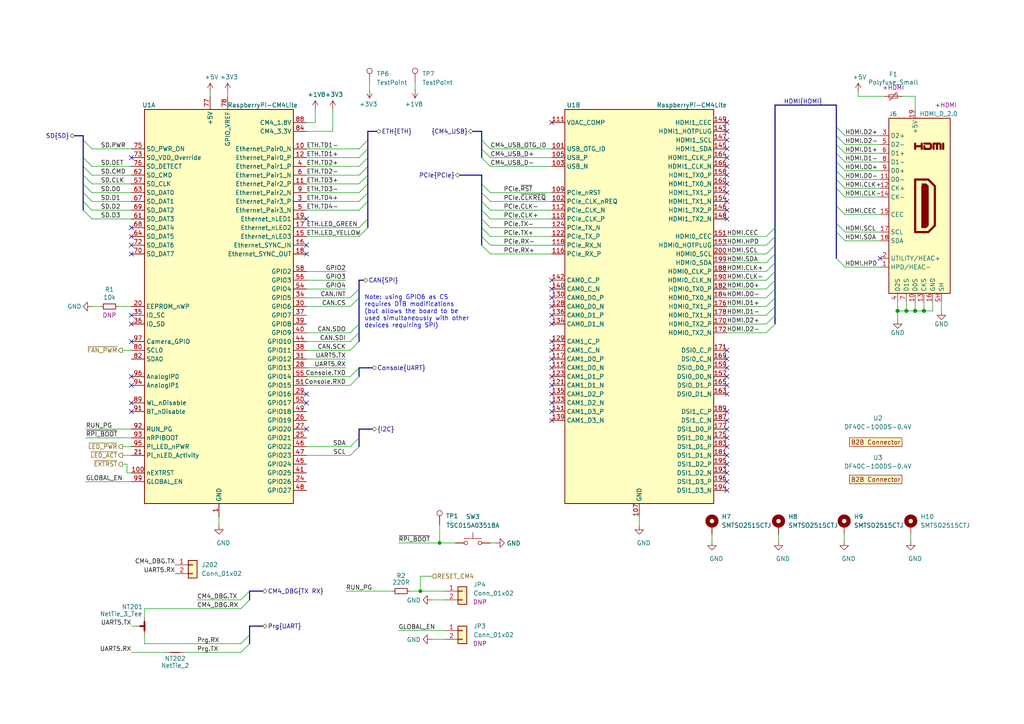
<source format=kicad_sch>
(kicad_sch (version 20231120) (generator "eeschema") (generator_version "8.0")
  (paper "A4")
  (title_block (title "Compute Module 4") (date "2022-11-06") (rev "1.3b") (company "Nabu Casa") (comment 1 "www.nabucasa.com") (comment 2 "Yellow"))
  (bus_alias "HDMI" (members "D0+" "D0-" "D1+" "D1-" "D2+" "D2-" "CLK+" "CLK-" "CEC" "HPD" "SDA" "SCL"))
  (bus_alias "PCIe" (members "~{RST}" "~{CLKREQ}" "CLK+" "CLK-" "TX+" "TX-" "RX+" "RX-"))
  (bus_alias "SD" (members "D[0..3]" "CMD" "CLK" "PWR" "DET"))
  (bus_alias "UART" (members "TXD" "RXD" "CTS" "RTS"))
  (junction (at 121.92 171.45) (diameter 0.9144))
  (junction (at 127.508 157.48) (diameter 0.9144))
  (junction (at 267.97 90.17) (diameter 1.016))
  (junction (at 260.35 90.17) (diameter 1.016))
  (junction (at 265.43 90.17) (diameter 1.016))
  (junction (at 262.89 90.17) (diameter 1.016))
  (no_connect (at 255.27 74.93))
  (no_connect (at 210.82 43.18))
  (no_connect (at 38.1 68.58))
  (no_connect (at 38.1 71.12))
  (no_connect (at 160.02 83.82))
  (no_connect (at 160.02 81.28))
  (no_connect (at 38.1 45.72))
  (no_connect (at 38.1 111.76))
  (no_connect (at 160.02 116.84))
  (no_connect (at 160.02 114.3))
  (no_connect (at 160.02 88.9))
  (no_connect (at 88.9 124.46))
  (no_connect (at 160.02 121.92))
  (no_connect (at 210.82 114.3))
  (no_connect (at 210.82 38.1))
  (no_connect (at 160.02 91.44))
  (no_connect (at 210.82 60.96))
  (no_connect (at 210.82 109.22))
  (no_connect (at 160.02 104.14))
  (no_connect (at 210.82 45.72))
  (no_connect (at 88.9 71.12))
  (no_connect (at 210.82 40.64))
  (no_connect (at 210.82 35.56))
  (no_connect (at 210.82 137.16))
  (no_connect (at 38.1 119.38))
  (no_connect (at 210.82 127))
  (no_connect (at 210.82 134.62))
  (no_connect (at 210.82 139.7))
  (no_connect (at 210.82 129.54))
  (no_connect (at 210.82 50.8))
  (no_connect (at 160.02 119.38))
  (no_connect (at 38.1 109.22))
  (no_connect (at 160.02 99.06))
  (no_connect (at 38.1 93.98))
  (no_connect (at 210.82 63.5))
  (no_connect (at 160.02 86.36))
  (no_connect (at 210.82 132.08))
  (no_connect (at 210.82 58.42))
  (no_connect (at 160.02 101.6))
  (no_connect (at 210.82 101.6))
  (no_connect (at 210.82 119.38))
  (no_connect (at 210.82 121.92))
  (no_connect (at 210.82 55.88))
  (no_connect (at 88.9 63.5))
  (no_connect (at 88.9 73.66))
  (no_connect (at 38.1 73.66))
  (no_connect (at 160.02 106.68))
  (no_connect (at 38.1 116.84))
  (no_connect (at 210.82 104.14))
  (no_connect (at 210.82 111.76))
  (no_connect (at 210.82 53.34))
  (no_connect (at 160.02 35.56))
  (no_connect (at 210.82 48.26))
  (no_connect (at 38.1 91.44))
  (no_connect (at 210.82 124.46))
  (no_connect (at 160.02 111.76))
  (no_connect (at 38.1 66.04))
  (no_connect (at 160.02 93.98))
  (no_connect (at 210.82 106.68))
  (no_connect (at 88.9 114.3))
  (no_connect (at 88.9 116.84))
  (no_connect (at 38.1 99.06))
  (no_connect (at 160.02 109.22))
  (no_connect (at 210.82 142.24))
  (bus_entry (at 224.79 71.12) (size -2.54 2.54) (stroke (width 0.1524)))
  (bus_entry (at 104.14 129.54) (size -2.54 2.54) (stroke (width 0.1524)))
  (bus_entry (at 242.57 74.93) (size 2.54 2.54) (stroke (width 0.1524)))
  (bus_entry (at 104.14 50.8) (size 2.54 -2.54) (stroke (width 0.1524)))
  (bus_entry (at 224.79 78.74) (size -2.54 2.54) (stroke (width 0.1524)))
  (bus_entry (at 139.7 53.34) (size 2.54 2.54) (stroke (width 0.1524)))
  (bus_entry (at 24.13 53.34) (size 2.54 2.54) (stroke (width 0.1524)))
  (bus_entry (at 72.39 173.99) (size -2.54 2.54) (stroke (width 0.1524)))
  (bus_entry (at 139.7 71.12) (size 2.54 2.54) (stroke (width 0.1524)))
  (bus_entry (at 242.57 46.99) (size 2.54 2.54) (stroke (width 0.1524)))
  (bus_entry (at 104.14 53.34) (size 2.54 -2.54) (stroke (width 0.1524)))
  (bus_entry (at 242.57 59.69) (size 2.54 2.54) (stroke (width 0.1524)))
  (bus_entry (at 72.39 184.15) (size -2.54 2.54) (stroke (width 0.1524)))
  (bus_entry (at 104.14 86.36) (size -2.54 2.54))
  (bus_entry (at 24.13 58.42) (size 2.54 2.54) (stroke (width 0.1524)))
  (bus_entry (at 242.57 36.83) (size 2.54 2.54) (stroke (width 0.1524)))
  (bus_entry (at 104.14 96.52) (size -2.54 2.54))
  (bus_entry (at 242.57 52.07) (size 2.54 2.54) (stroke (width 0.1524)))
  (bus_entry (at 242.57 54.61) (size 2.54 2.54) (stroke (width 0.1524)))
  (bus_entry (at 139.7 68.58) (size 2.54 2.54) (stroke (width 0.1524)))
  (bus_entry (at 104.14 83.82) (size -2.54 2.54))
  (bus_entry (at 224.79 66.04) (size -2.54 2.54) (stroke (width 0.1524)))
  (bus_entry (at 242.57 41.91) (size 2.54 2.54) (stroke (width 0.1524)))
  (bus_entry (at 224.79 91.44) (size -2.54 2.54) (stroke (width 0.1524)))
  (bus_entry (at 24.13 50.8) (size 2.54 2.54) (stroke (width 0.1524)))
  (bus_entry (at 104.14 68.58) (size 2.54 -2.54) (stroke (width 0.1524)))
  (bus_entry (at 104.14 66.04) (size 2.54 -2.54) (stroke (width 0.1524)))
  (bus_entry (at 139.7 63.5) (size 2.54 2.54) (stroke (width 0.1524)))
  (bus_entry (at 104.14 48.26) (size 2.54 -2.54) (stroke (width 0.1524)))
  (bus_entry (at 104.14 60.96) (size 2.54 -2.54) (stroke (width 0.1524)))
  (bus_entry (at 224.79 93.98) (size -2.54 2.54) (stroke (width 0.1524)))
  (bus_entry (at 139.7 43.18) (size 2.54 2.54) (stroke (width 0.1524)))
  (bus_entry (at 242.57 67.31) (size 2.54 2.54) (stroke (width 0.1524)))
  (bus_entry (at 104.14 99.06) (size -2.54 2.54))
  (bus_entry (at 104.14 93.98) (size -2.54 2.54))
  (bus_entry (at 104.14 127) (size -2.54 2.54) (stroke (width 0.1524)))
  (bus_entry (at 72.39 171.45) (size -2.54 2.54) (stroke (width 0.1524)))
  (bus_entry (at 104.14 106.68) (size -2.54 2.54))
  (bus_entry (at 139.7 55.88) (size 2.54 2.54) (stroke (width 0.1524)))
  (bus_entry (at 104.14 58.42) (size 2.54 -2.54) (stroke (width 0.1524)))
  (bus_entry (at 139.7 40.64) (size 2.54 2.54) (stroke (width 0.1524)))
  (bus_entry (at 104.14 43.18) (size 2.54 -2.54) (stroke (width 0.1524)))
  (bus_entry (at 24.13 60.96) (size 2.54 2.54) (stroke (width 0.1524)))
  (bus_entry (at 139.7 66.04) (size 2.54 2.54) (stroke (width 0.1524)))
  (bus_entry (at 24.13 48.26) (size 2.54 2.54) (stroke (width 0.1524)))
  (bus_entry (at 224.79 86.36) (size -2.54 2.54) (stroke (width 0.1524)))
  (bus_entry (at 242.57 49.53) (size 2.54 2.54) (stroke (width 0.1524)))
  (bus_entry (at 24.13 40.64) (size 2.54 2.54) (stroke (width 0.1524)))
  (bus_entry (at 139.7 58.42) (size 2.54 2.54) (stroke (width 0.1524)))
  (bus_entry (at 104.14 45.72) (size 2.54 -2.54) (stroke (width 0.1524)))
  (bus_entry (at 242.57 44.45) (size 2.54 2.54) (stroke (width 0.1524)))
  (bus_entry (at 242.57 64.77) (size 2.54 2.54) (stroke (width 0.1524)))
  (bus_entry (at 104.14 109.22) (size -2.54 2.54))
  (bus_entry (at 224.79 83.82) (size -2.54 2.54) (stroke (width 0.1524)))
  (bus_entry (at 72.39 186.69) (size -2.54 2.54) (stroke (width 0.1524)))
  (bus_entry (at 242.57 39.37) (size 2.54 2.54) (stroke (width 0.1524)))
  (bus_entry (at 104.14 55.88) (size 2.54 -2.54) (stroke (width 0.1524)))
  (bus_entry (at 139.7 60.96) (size 2.54 2.54) (stroke (width 0.1524)))
  (bus_entry (at 24.13 55.88) (size 2.54 2.54) (stroke (width 0.1524)))
  (bus_entry (at 139.7 45.72) (size 2.54 2.54) (stroke (width 0.1524)))
  (bus_entry (at 224.79 73.66) (size -2.54 2.54) (stroke (width 0.1524)))
  (bus_entry (at 24.13 45.72) (size 2.54 2.54) (stroke (width 0.1524)))
  (bus_entry (at 224.79 68.58) (size -2.54 2.54) (stroke (width 0.1524)))
  (bus_entry (at 224.79 88.9) (size -2.54 2.54) (stroke (width 0.1524)))
  (bus_entry (at 224.79 81.28) (size -2.54 2.54) (stroke (width 0.1524)))
  (bus_entry (at 224.79 76.2) (size -2.54 2.54) (stroke (width 0.1524)))
  (wire (pts (xy 96.52 38.1) (xy 96.52 31.75)))
  (wire (pts (xy 245.11 77.47) (xy 255.27 77.47)))
  (wire (pts (xy 210.82 83.82) (xy 222.25 83.82)))
  (wire (pts (xy 256.54 27.94) (xy 248.92 27.94)))
  (wire (pts (xy 210.82 78.74) (xy 222.25 78.74)))
  (wire (pts (xy 38.1 189.23) (xy 48.26 189.23)))
  (wire (pts (xy 39.37 181.61) (xy 38.1 181.61)))
  (wire (pts (xy 26.67 55.88) (xy 38.1 55.88)))
  (bus (pts (xy 21.59 39.37) (xy 24.13 39.37)))
  (wire (pts (xy 142.24 48.26) (xy 160.02 48.26)))
  (wire (pts (xy 26.67 50.8) (xy 38.1 50.8)))
  (wire (pts (xy 101.6 111.76) (xy 88.9 111.76)))
  (wire (pts (xy 88.9 53.34) (xy 104.14 53.34)))
  (wire (pts (xy 63.5 149.86) (xy 63.5 152.4)))
  (wire (pts (xy 142.24 60.96) (xy 160.02 60.96)))
  (wire (pts (xy 245.11 52.07) (xy 255.27 52.07)))
  (wire (pts (xy 265.43 27.94) (xy 261.62 27.94)))
  (wire (pts (xy 107.188 23.876) (xy 107.188 25.908)))
  (wire (pts (xy 245.11 62.23) (xy 255.27 62.23)))
  (wire (pts (xy 60.96 26.67) (xy 60.96 27.94)))
  (wire (pts (xy 88.9 81.28) (xy 100.33 81.28)))
  (wire (pts (xy 88.9 35.56) (xy 91.44 35.56)))
  (wire (pts (xy 210.82 73.66) (xy 222.25 73.66)))
  (wire (pts (xy 142.24 45.72) (xy 160.02 45.72)))
  (wire (pts (xy 26.67 43.18) (xy 38.1 43.18)))
  (wire (pts (xy 35.56 129.54) (xy 38.1 129.54)))
  (wire (pts (xy 26.67 60.96) (xy 38.1 60.96)))
  (wire (pts (xy 41.91 176.53) (xy 69.85 176.53)))
  (wire (pts (xy 248.92 27.94) (xy 248.92 26.67)))
  (wire (pts (xy 88.9 55.88) (xy 104.14 55.88)))
  (bus (pts (xy 104.14 86.36) (xy 104.14 93.98)))
  (wire (pts (xy 245.11 49.53) (xy 255.27 49.53)))
  (bus (pts (xy 104.14 93.98) (xy 104.14 96.52)))
  (wire (pts (xy 121.92 167.132) (xy 121.92 171.45)))
  (wire (pts (xy 125.222 167.132) (xy 121.92 167.132)))
  (bus (pts (xy 72.39 171.45) (xy 76.2 171.45)))
  (wire (pts (xy 245.11 69.85) (xy 255.27 69.85)))
  (bus (pts (xy 104.14 96.52) (xy 104.14 99.06)))
  (wire (pts (xy 210.82 68.58) (xy 222.25 68.58)))
  (bus (pts (xy 242.57 30.48) (xy 224.79 30.48)))
  (wire (pts (xy 210.82 86.36) (xy 222.25 86.36)))
  (wire (pts (xy 100.33 83.82) (xy 88.9 83.82)))
  (wire (pts (xy 88.9 45.72) (xy 104.14 45.72)))
  (wire (pts (xy 245.11 57.15) (xy 255.27 57.15)))
  (wire (pts (xy 210.82 81.28) (xy 222.25 81.28)))
  (wire (pts (xy 260.35 90.17) (xy 260.35 92.71)))
  (wire (pts (xy 88.9 48.26) (xy 104.14 48.26)))
  (wire (pts (xy 265.43 90.17) (xy 265.43 87.63)))
  (wire (pts (xy 24.892 124.46) (xy 38.1 124.46)))
  (wire (pts (xy 118.872 171.45) (xy 121.92 171.45)))
  (wire (pts (xy 121.92 171.45) (xy 129.032 171.45)))
  (bus (pts (xy 72.39 184.15) (xy 72.39 186.69)))
  (bus (pts (xy 137.16 38.1) (xy 139.7 38.1)))
  (wire (pts (xy 88.9 78.74) (xy 100.33 78.74)))
  (wire (pts (xy 273.05 90.17) (xy 273.05 87.63)))
  (wire (pts (xy 88.9 132.08) (xy 101.6 132.08)))
  (wire (pts (xy 26.67 63.5) (xy 38.1 63.5)))
  (bus (pts (xy 107.95 124.46) (xy 104.14 124.46)))
  (wire (pts (xy 127.508 157.48) (xy 132.08 157.48)))
  (wire (pts (xy 115.57 157.48) (xy 127.508 157.48)))
  (wire (pts (xy 26.67 88.9) (xy 29.21 88.9)))
  (bus (pts (xy 104.14 81.28) (xy 104.14 83.82)))
  (wire (pts (xy 88.9 50.8) (xy 104.14 50.8)))
  (bus (pts (xy 105.41 81.28) (xy 104.14 81.28)))
  (wire (pts (xy 267.97 90.17) (xy 270.51 90.17)))
  (bus (pts (xy 104.14 106.68) (xy 104.14 109.22)))
  (wire (pts (xy 264.16 154.94) (xy 264.16 156.972)))
  (wire (pts (xy 142.24 63.5) (xy 160.02 63.5)))
  (wire (pts (xy 142.24 66.04) (xy 160.02 66.04)))
  (wire (pts (xy 41.91 184.15) (xy 41.91 186.69)))
  (wire (pts (xy 120.396 23.876) (xy 120.396 25.908)))
  (wire (pts (xy 34.29 88.9) (xy 38.1 88.9)))
  (wire (pts (xy 88.9 43.18) (xy 104.14 43.18)))
  (wire (pts (xy 24.892 127) (xy 38.1 127)))
  (wire (pts (xy 245.11 67.31) (xy 255.27 67.31)))
  (bus (pts (xy 72.39 181.61) (xy 76.2 181.61)))
  (bus (pts (xy 139.7 38.1) (xy 139.7 40.64)))
  (bus (pts (xy 139.7 40.64) (xy 139.7 43.18)))
  (bus (pts (xy 139.7 43.18) (xy 139.7 45.72)))
  (wire (pts (xy 245.11 54.61) (xy 255.27 54.61)))
  (bus (pts (xy 106.68 45.72) (xy 106.68 48.26)))
  (bus (pts (xy 106.68 48.26) (xy 106.68 50.8)))
  (bus (pts (xy 106.68 50.8) (xy 106.68 53.34)))
  (bus (pts (xy 106.68 58.42) (xy 106.68 63.5)))
  (bus (pts (xy 106.68 63.5) (xy 106.68 66.04)))
  (bus (pts (xy 106.68 53.34) (xy 106.68 55.88)))
  (bus (pts (xy 106.68 55.88) (xy 106.68 58.42)))
  (bus (pts (xy 106.68 38.1) (xy 106.68 40.64)))
  (bus (pts (xy 106.68 40.64) (xy 106.68 43.18)))
  (bus (pts (xy 106.68 43.18) (xy 106.68 45.72)))
  (wire (pts (xy 260.35 90.17) (xy 262.89 90.17)))
  (wire (pts (xy 267.97 90.17) (xy 267.97 87.63)))
  (wire (pts (xy 142.24 71.12) (xy 160.02 71.12)))
  (wire (pts (xy 88.9 96.52) (xy 101.6 96.52)))
  (wire (pts (xy 57.15 173.99) (xy 69.85 173.99)))
  (wire (pts (xy 35.56 132.08) (xy 38.1 132.08)))
  (wire (pts (xy 142.24 43.18) (xy 160.02 43.18)))
  (wire (pts (xy 100.33 104.14) (xy 88.9 104.14)))
  (wire (pts (xy 88.9 86.36) (xy 101.6 86.36)))
  (wire (pts (xy 265.43 31.75) (xy 265.43 27.94)))
  (wire (pts (xy 88.9 38.1) (xy 96.52 38.1)))
  (wire (pts (xy 210.82 91.44) (xy 222.25 91.44)))
  (bus (pts (xy 72.39 173.99) (xy 72.39 171.45)))
  (wire (pts (xy 115.57 182.88) (xy 129.032 182.88)))
  (wire (pts (xy 210.82 96.52) (xy 222.25 96.52)))
  (wire (pts (xy 88.9 129.54) (xy 101.6 129.54)))
  (wire (pts (xy 53.34 189.23) (xy 69.85 189.23)))
  (wire (pts (xy 41.91 186.69) (xy 69.85 186.69)))
  (wire (pts (xy 127.508 152.146) (xy 127.508 157.48)))
  (wire (pts (xy 210.82 76.2) (xy 222.25 76.2)))
  (wire (pts (xy 88.9 60.96) (xy 104.14 60.96)))
  (bus (pts (xy 106.68 38.1) (xy 109.22 38.1)))
  (wire (pts (xy 26.67 58.42) (xy 38.1 58.42)))
  (wire (pts (xy 88.9 101.6) (xy 101.6 101.6)))
  (wire (pts (xy 142.24 58.42) (xy 160.02 58.42)))
  (wire (pts (xy 88.9 66.04) (xy 104.14 66.04)))
  (wire (pts (xy 206.502 154.94) (xy 206.502 156.972)))
  (bus (pts (xy 24.13 53.34) (xy 24.13 55.88)))
  (bus (pts (xy 24.13 55.88) (xy 24.13 58.42)))
  (bus (pts (xy 24.13 58.42) (xy 24.13 60.96)))
  (bus (pts (xy 24.13 48.26) (xy 24.13 50.8)))
  (bus (pts (xy 24.13 50.8) (xy 24.13 53.34)))
  (bus (pts (xy 24.13 39.37) (xy 24.13 40.64)))
  (bus (pts (xy 24.13 40.64) (xy 24.13 45.72)))
  (bus (pts (xy 24.13 45.72) (xy 24.13 48.26)))
  (bus (pts (xy 224.79 86.36) (xy 224.79 88.9)))
  (bus (pts (xy 224.79 88.9) (xy 224.79 91.44)))
  (bus (pts (xy 224.79 91.44) (xy 224.79 93.98)))
  (bus (pts (xy 224.79 30.48) (xy 224.79 66.04)))
  (bus (pts (xy 224.79 68.58) (xy 224.79 71.12)))
  (bus (pts (xy 224.79 71.12) (xy 224.79 73.66)))
  (bus (pts (xy 224.79 73.66) (xy 224.79 76.2)))
  (bus (pts (xy 224.79 76.2) (xy 224.79 78.74)))
  (bus (pts (xy 224.79 83.82) (xy 224.79 86.36)))
  (bus (pts (xy 224.79 78.74) (xy 224.79 81.28)))
  (bus (pts (xy 224.79 81.28) (xy 224.79 83.82)))
  (bus (pts (xy 224.79 66.04) (xy 224.79 68.58)))
  (wire (pts (xy 142.24 73.66) (xy 160.02 73.66)))
  (wire (pts (xy 26.67 53.34) (xy 38.1 53.34)))
  (bus (pts (xy 139.7 60.96) (xy 139.7 63.5)))
  (bus (pts (xy 139.7 63.5) (xy 139.7 66.04)))
  (bus (pts (xy 139.7 58.42) (xy 139.7 60.96)))
  (bus (pts (xy 139.7 68.58) (xy 139.7 71.12)))
  (bus (pts (xy 139.7 66.04) (xy 139.7 68.58)))
  (bus (pts (xy 139.7 50.8) (xy 139.7 53.34)))
  (bus (pts (xy 139.7 53.34) (xy 139.7 55.88)))
  (bus (pts (xy 139.7 55.88) (xy 139.7 58.42)))
  (wire (pts (xy 245.11 44.45) (xy 255.27 44.45)))
  (wire (pts (xy 143.764 157.48) (xy 142.24 157.48)))
  (wire (pts (xy 100.33 171.45) (xy 113.792 171.45)))
  (wire (pts (xy 41.91 179.07) (xy 41.91 176.53)))
  (wire (pts (xy 24.892 139.7) (xy 38.1 139.7)))
  (wire (pts (xy 210.82 88.9) (xy 222.25 88.9)))
  (wire (pts (xy 245.11 41.91) (xy 255.27 41.91)))
  (bus (pts (xy 133.35 50.8) (xy 139.7 50.8)))
  (wire (pts (xy 66.04 26.67) (xy 66.04 27.94)))
  (wire (pts (xy 91.44 35.56) (xy 91.44 31.75)))
  (wire (pts (xy 35.56 101.6) (xy 38.1 101.6)))
  (wire (pts (xy 185.42 149.86) (xy 185.42 152.4)))
  (bus (pts (xy 107.95 106.68) (xy 104.14 106.68)))
  (wire (pts (xy 125.222 185.42) (xy 129.032 185.42)))
  (bus (pts (xy 104.14 83.82) (xy 104.14 86.36)))
  (wire (pts (xy 262.89 90.17) (xy 265.43 90.17)))
  (wire (pts (xy 88.9 58.42) (xy 104.14 58.42)))
  (wire (pts (xy 270.51 90.17) (xy 270.51 87.63)))
  (wire (pts (xy 88.9 68.58) (xy 104.14 68.58)))
  (wire (pts (xy 142.24 55.88) (xy 160.02 55.88)))
  (wire (pts (xy 101.6 109.22) (xy 88.9 109.22)))
  (wire (pts (xy 88.9 106.68) (xy 100.33 106.68)))
  (wire (pts (xy 225.806 154.94) (xy 225.806 156.972)))
  (wire (pts (xy 26.67 48.26) (xy 38.1 48.26)))
  (bus (pts (xy 72.39 181.61) (xy 72.39 184.15)))
  (wire (pts (xy 245.11 39.37) (xy 255.27 39.37)))
  (wire (pts (xy 142.24 68.58) (xy 160.02 68.58)))
  (bus (pts (xy 242.57 49.53) (xy 242.57 52.07)))
  (bus (pts (xy 242.57 52.07) (xy 242.57 54.61)))
  (bus (pts (xy 242.57 54.61) (xy 242.57 59.69)))
  (bus (pts (xy 242.57 59.69) (xy 242.57 64.77)))
  (bus (pts (xy 242.57 64.77) (xy 242.57 67.31)))
  (bus (pts (xy 242.57 67.31) (xy 242.57 74.93)))
  (bus (pts (xy 242.57 44.45) (xy 242.57 46.99)))
  (bus (pts (xy 242.57 46.99) (xy 242.57 49.53)))
  (bus (pts (xy 242.57 41.91) (xy 242.57 44.45)))
  (bus (pts (xy 242.57 30.48) (xy 242.57 36.83)))
  (bus (pts (xy 242.57 36.83) (xy 242.57 39.37)))
  (bus (pts (xy 242.57 39.37) (xy 242.57 41.91)))
  (wire (pts (xy 260.35 87.63) (xy 260.35 90.17)))
  (wire (pts (xy 36.83 134.62) (xy 35.56 134.62)))
  (wire (pts (xy 36.83 137.16) (xy 36.83 134.62)))
  (wire (pts (xy 38.1 137.16) (xy 36.83 137.16)))
  (wire (pts (xy 244.856 154.94) (xy 244.856 156.972)))
  (wire (pts (xy 125.222 173.99) (xy 129.032 173.99)))
  (wire (pts (xy 210.82 71.12) (xy 222.25 71.12)))
  (wire (pts (xy 88.9 99.06) (xy 101.6 99.06)))
  (wire (pts (xy 101.6 88.9) (xy 88.9 88.9)))
  (wire (pts (xy 210.82 93.98) (xy 222.25 93.98)))
  (wire (pts (xy 265.43 90.17) (xy 267.97 90.17)))
  (wire (pts (xy 245.11 46.99) (xy 255.27 46.99)))
  (bus (pts (xy 104.14 124.46) (xy 104.14 127)))
  (bus (pts (xy 104.14 127) (xy 104.14 129.54)))
  (wire (pts (xy 262.89 90.17) (xy 262.89 87.63)))
  (text "Note: using GPIO6 as CS\nrequires DTB modifications\n(but allows the board to be \nused simultaneously with other\ndevices requiring SPI)" (at 105.664 95.25 0) (effects (font (size 1.27 1.27)) (justify left bottom)))
  (label "HDMI.D1-" (at 245.11 46.99 0))
  (label "GLOBAL_EN" (at 115.57 182.88 0))
  (label "ETH.TD3-" (at 88.9 55.88 0))
  (label "HDMI.SDA" (at 210.82 76.2 0))
  (label "SD.D1" (at 29.21 58.42 0))
  (label "CM4_DBG.RX" (at 57.15 176.53 0))
  (label "UART5.RX" (at 100.33 106.68 180))
  (label "CAN.SDO" (at 100.33 96.52 180))
  (label "SD.DET" (at 29.21 48.26 0))
  (label "RUN_PG" (at 24.892 124.46 0))
  (label "HDMI.CLK+" (at 245.11 54.61 0))
  (label "ETH.TD4+" (at 88.9 58.42 0))
  (label "HDMI.HPD" (at 245.11 77.47 0))
  (label "~{RPI_BOOT}" (at 24.892 127 0))
  (label "ETH.TD1+" (at 88.9 45.72 0))
  (label "HDMI.CLK+" (at 210.82 78.74 0))
  (label "ETH.TD1-" (at 88.9 43.18 0))
  (label "HDMI.D2-" (at 210.82 96.52 0))
  (label "CM4_DBG.TX" (at 50.8 163.83 180))
  (label "ETH.TD2+" (at 88.9 48.26 0))
  (label "ETH.LED_GREEN" (at 88.9 66.04 0))
  (label "~{RPI_BOOT}" (at 115.57 157.48 0))
  (label "ETH.TD4-" (at 88.9 60.96 0))
  (label "SD.PWR" (at 29.21 43.18 0))
  (label "SD.D0" (at 29.21 55.88 0))
  (label "UART5.RX" (at 50.8 166.37 180))
  (label "CAN.SCK" (at 100.33 101.6 180))
  (label "UART5.RX" (at 38.1 189.23 180))
  (label "HDMI.CLK-" (at 210.82 81.28 0))
  (label "HDMI.D1+" (at 210.82 88.9 0))
  (label "GLOBAL_EN" (at 24.892 139.7 0))
  (label "SCL" (at 100.33 132.08 180))
  (label "SD.D2" (at 29.21 60.96 0))
  (label "HDMI.D2+" (at 210.82 93.98 0))
  (label "HDMI.CLK-" (at 245.11 57.15 0))
  (label "HDMI.SDA" (at 245.11 69.85 0))
  (label "PCIe.~{CLKREQ}" (at 146.05 58.42 0))
  (label "UART5.TX" (at 100.33 104.14 180))
  (label "GPIO3" (at 100.33 81.28 180))
  (label "HDMI.D2+" (at 245.11 39.37 0))
  (label "HDMI.D0-" (at 245.11 52.07 0))
  (label "Console.TXD" (at 100.33 109.22 180))
  (label "ETH.LED_YELLOW" (at 88.9 68.58 0))
  (label "PCIe.RX-" (at 146.05 71.12 0))
  (label "GPIO4" (at 100.33 83.82 180))
  (label "SD.D3" (at 29.21 63.5 0))
  (label "SD.CMD" (at 29.21 50.8 0))
  (label "HDMI.D0-" (at 210.82 86.36 0))
  (label "HDMI{HDMI}" (at 227.33 30.48 0))
  (label "HDMI.SCL" (at 210.82 73.66 0))
  (label "CAN.INT" (at 100.33 86.36 180))
  (label "PCIe.CLK+" (at 146.05 63.5 0))
  (label "Prg.RX" (at 57.15 186.69 0))
  (label "HDMI.HPD" (at 210.82 71.12 0))
  (label "Prg.TX" (at 57.15 189.23 0))
  (label "CAN.SDI" (at 100.33 99.06 180))
  (label "CAN.CS" (at 100.33 88.9 180))
  (label "HDMI.D0+" (at 210.82 83.82 0))
  (label "SD.CLK" (at 29.21 53.34 0))
  (label "HDMI.CEC" (at 245.11 62.23 0))
  (label "HDMI.D0+" (at 245.11 49.53 0))
  (label "PCIe.~{RST}" (at 146.05 55.88 0))
  (label "CM4_USB_D+" (at 142.24 45.72 0))
  (label "RUN_PG" (at 100.33 171.45 0))
  (label "UART5.TX" (at 38.1 181.61 180))
  (label "PCIe.TX+" (at 146.05 68.58 0))
  (label "CM4_DBG.TX" (at 57.15 173.99 0))
  (label "CM4_USB_OTG_ID" (at 142.24 43.18 0))
  (label "HDMI.CEC" (at 210.82 68.58 0))
  (label "PCIe.TX-" (at 146.05 66.04 0))
  (label "SDA" (at 100.33 129.54 180))
  (label "HDMI.D1-" (at 210.82 91.44 0))
  (label "PCIe.RX+" (at 146.05 73.66 0))
  (label "PCIe.CLK-" (at 146.05 60.96 0))
  (label "HDMI.D1+" (at 245.11 44.45 0))
  (label "HDMI.D2-" (at 245.11 41.91 0))
  (label "Console.RXD" (at 100.33 111.76 180))
  (label "ETH.TD2-" (at 88.9 50.8 0))
  (label "CM4_USB_D-" (at 142.24 48.26 0))
  (label "GPIO2" (at 100.33 78.74 180))
  (label "ETH.TD3+" (at 88.9 53.34 0))
  (label "HDMI.SCL" (at 245.11 67.31 0))
  (hierarchical_label "RESET_CM4" (shape input) (at 125.222 167.132 0))
  (hierarchical_label "PCIe{PCIe}" (shape bidirectional) (at 133.35 50.8 180))
  (hierarchical_label "Console{UART}" (shape bidirectional) (at 107.95 106.68 0))
  (hierarchical_label "Prg{UART}" (shape bidirectional) (at 76.2 181.61 0))
  (hierarchical_label "ETH{ETH}" (shape bidirectional) (at 109.22 38.1 0))
  (hierarchical_label "~{EXTRST}" (shape output) (at 35.56 134.62 180))
  (hierarchical_label "CAN{SPI}" (shape bidirectional) (at 105.41 81.28 0))
  (hierarchical_label "{CM4_USB}" (shape bidirectional) (at 137.16 38.1 180))
  (hierarchical_label "~{LED_ACT}" (shape output) (at 35.56 132.08 180))
  (hierarchical_label "CM4_DBG{TX RX}" (shape bidirectional) (at 76.2 171.45 0))
  (hierarchical_label "~{LED_PWR}" (shape output) (at 35.56 129.54 180))
  (hierarchical_label "SD{SD}" (shape bidirectional) (at 21.59 39.37 180))
  (hierarchical_label "{I2C}" (shape bidirectional) (at 107.95 124.46 0))
  (hierarchical_label "~{FAN_PWM}" (shape output) (at 35.56 101.6 180))
  (symbol (lib_id "power:+1V8") (at 120.396 25.908 180) (unit 1)
    (property "Reference" "#PWR0202" (effects (hide yes)))
    (property "Value" "+1V8" (at 120.0277 30.2324 0))
  )
  (symbol (lib_id "Connector_Generic:Conn_01x02") (at 55.88 163.83 0) (unit 1)
    (property "Reference" "J202" (at 58.42 163.8299 0) (effects (justify left)))
    (property "Value" "Conn_01x02" (at 58.42 166.3699 0) (effects (justify left)))
    (property "Description" "Generic connector, single row, 01x02, script generated (kicad-library-utils/schlib/autogen/connector/)" (effects (hide yes)))
  )
  (symbol (lib_id "Mechanical:MountingHole_Pad") (at 225.806 152.4 0) (unit 1)
    (property "Reference" "H8" (at 228.6 149.8599 0) (effects (justify left)))
    (property "Value" "SMTSO2515CTJ" (at 228.6 152.3999 0) (effects (justify left)))
    (property "Footprint" "Yellow:SMTSO2515CTJ" (effects (hide yes)))
    (property "Manufacturer" "Sinhoo" (effects (hide yes)))
    (property "PartNumber" "SMTSO2515CTJ" (effects (hide yes)))
  )
  (symbol (lib_id "power:GND") (at 185.42 152.4 0) (unit 1)
    (property "Reference" "#PWR014" (effects (hide yes)))
    (property "Value" "GND" (at 186.69 157.48 0))
  )
  (symbol (lib_id "Device:Polyfuse_Small") (at 259.08 27.94 90) (unit 1)
    (property "Reference" "F1" (at 259.08 21.5708 90))
    (property "Value" "Polyfuse_Small" (at 259.08 23.8695 90))
    (property "Footprint" "Fuse:Fuse_1206_3216Metric" (effects (hide yes)))
    (property "Config" "+HDMI" (at 259.08 25.4 90))
    (property "Manufacturer" "Bel Fuse" (effects (hide yes)))
    (property "PartNumber" "0ZCJ0010FF2E" (effects (hide yes)))
  )
  (symbol (lib_id "power:GND") (at 143.764 157.48 90) (mirror x) (unit 1)
    (property "Reference" "#PWR011" (effects (hide yes)))
    (property "Value" "GND" (at 146.939 157.5943 90) (effects (justify right)))
  )
  (symbol (lib_id "power:GND") (at 206.502 156.972 0) (unit 1)
    (property "Reference" "#PWR048" (effects (hide yes)))
    (property "Value" "GND" (at 207.772 162.052 0))
  )
  (symbol (lib_id "power:+3V3") (at 96.52 31.75 0) (unit 1)
    (property "Reference" "#PWR010" (effects (hide yes)))
    (property "Value" "+3V3" (at 96.8883 27.4256 0))
  )
  (symbol (lib_id "Device:NetTie_2") (at 50.8 189.23 0) (mirror x) (unit 1) (in_bom no)
    (property "Reference" "NT202" (at 50.8 191.008 0))
    (property "Value" "NetTie_2" (at 50.8 193.04 0))
    (property "Description" "Net tie, 2 pins" (effects (hide yes)))
  )
  (symbol (lib_id "Mechanical:MountingHole_Pad") (at 206.502 152.4 0) (unit 1)
    (property "Reference" "H7" (at 209.296 149.8599 0) (effects (justify left)))
    (property "Value" "SMTSO2515CTJ" (at 209.296 152.3999 0) (effects (justify left)))
    (property "Footprint" "Yellow:SMTSO2515CTJ" (effects (hide yes)))
    (property "Manufacturer" "Sinhoo" (effects (hide yes)))
    (property "PartNumber" "SMTSO2515CTJ" (effects (hide yes)))
  )
  (symbol (lib_id "Yellow:DF40C-100DS-0.4V(51)") (at 254 128.27 0) (unit 1)
    (property "Reference" "U2" (at 254.635 121.285 0))
    (property "Value" "DF40C-100DS-0.4V" (at 254.635 123.825 0))
    (property "Footprint" "Yellow:Hirose_DF40_DF40C-100DS-0.4V_2x50_P0.40mm_Vertical_Virtual" (effects (hide yes)))
    (property "Datasheet" "https://www.hirose.com/product/download/?distributor=digikey&type=specSheet&lang=en&num=DF40C-100DS-0.4V(51)" (effects (hide yes)))
    (property "Manufacturer" "Hirose Electric" (effects (hide yes)))
    (property "PartNumber" "DF40C-100DS-0.4V(51)" (effects (hide yes)))
  )
  (symbol (lib_id "power:+3V3") (at 66.04 26.67 0) (unit 1)
    (property "Reference" "#PWR08" (effects (hide yes)))
    (property "Value" "+3V3" (at 66.4083 22.3456 0))
  )
  (symbol (lib_id "Connector_Generic:Conn_01x02") (at 134.112 171.45 0) (unit 1)
    (property "Reference" "JP4" (at 137.287 169.5449 0) (effects (justify left)))
    (property "Value" "Conn_01x02" (at 137.287 172.0849 0) (effects (justify left)))
    (property "Footprint" "Connector_PinHeader_2.54mm:PinHeader_1x02_P2.54mm_Vertical" (effects (hide yes)))
    (property "Config" "DNP" (at 139.192 174.625 0))
    (property "Manufacturer" "Adam Tech" (effects (hide yes)))
    (property "PartNumber" "PH1-02-UA" (effects (hide yes)))
  )
  (symbol (lib_id "power:+3V3") (at 107.188 25.908 180) (unit 1)
    (property "Reference" "#PWR0201" (effects (hide yes)))
    (property "Value" "+3V3" (at 106.8197 30.2324 0))
  )
  (symbol (lib_id "Connector:TestPoint") (at 107.188 23.876 0) (unit 1) (in_bom no)
    (property "Reference" "TP6" (at 109.22 21.3994 0) (effects (justify left)))
    (property "Value" "TestPoint" (at 109.22 23.9394 0) (effects (justify left)))
    (property "Footprint" "TestPoint:TestPoint_Pad_D1.0mm" (effects (hide yes)))
  )
  (symbol (lib_id "power:+5V") (at 248.92 26.67 0) (unit 1)
    (property "Reference" "#PWR015" (effects (hide yes)))
    (property "Value" "+5V" (at 249.2883 22.3456 0))
  )
  (symbol (lib_id "Yellow:DF40C-100DS-0.4V(51)") (at 254 139.065 0) (unit 1)
    (property "Reference" "U3" (at 254.635 132.715 0))
    (property "Value" "DF40C-100DS-0.4V" (at 254.635 135.255 0))
    (property "Footprint" "Yellow:Hirose_DF40_DF40C-100DS-0.4V_2x50_P0.40mm_Vertical_Virtual" (effects (hide yes)))
    (property "Datasheet" "https://www.hirose.com/product/download/?distributor=digikey&type=specSheet&lang=en&num=DF40C-100DS-0.4V(51)" (effects (hide yes)))
    (property "Manufacturer" "Hirose Electric" (effects (hide yes)))
    (property "PartNumber" "DF40C-100DS-0.4V(51)" (effects (hide yes)))
  )
  (symbol (lib_id "Switch:SW_Push") (at 137.16 157.48 0) (unit 1)
    (property "Reference" "SW3" (at 137.16 149.86 0))
    (property "Value" "TSC015A03518A" (at 137.16 152.4 0))
    (property "Footprint" "Yellow:SW_SPST_TSC015A03518A" (effects (hide yes)))
    (property "Manufacturer" "BZCN" (effects (hide yes)))
    (property "PartNumber" "TSC015A05026A" (effects (hide yes)))
  )
  (symbol (lib_id "power:GND") (at 125.222 185.42 270) (unit 1)
    (property "Reference" "#PWR013" (effects (hide yes)))
    (property "Value" "GND" (at 122.047 185.5343 90) (effects (justify right)))
  )
  (symbol (lib_id "Connector_Generic:Conn_01x02") (at 134.112 182.88 0) (unit 1)
    (property "Reference" "JP3" (at 137.287 181.6099 0) (effects (justify left)))
    (property "Value" "Conn_01x02" (at 137.287 184.1499 0) (effects (justify left)))
    (property "Footprint" "Connector_PinHeader_2.54mm:PinHeader_1x02_P2.54mm_Vertical" (effects (hide yes)))
    (property "Config" "DNP" (at 139.192 186.69 0))
    (property "Manufacturer" "Adam Tech" (effects (hide yes)))
    (property "PartNumber" "PH1-02-UA" (effects (hide yes)))
  )
  (symbol (lib_id "Device:R_Small") (at 116.332 171.45 90) (unit 1)
    (property "Reference" "R2" (at 116.332 167.005 90))
    (property "Value" "220R" (at 116.332 168.91 90))
    (property "Footprint" "Resistor_SMD:R_0402_1005Metric" (effects (hide yes)))
  )
  (symbol (lib_id "power:+1V8") (at 91.44 31.75 0) (unit 1)
    (property "Reference" "#PWR09" (effects (hide yes)))
    (property "Value" "+1V8" (at 91.8083 27.4256 0))
  )
  (symbol (lib_id "power:GND") (at 63.5 152.4 0) (unit 1)
    (property "Reference" "#PWR05" (effects (hide yes)))
    (property "Value" "GND" (at 64.77 157.48 0))
  )
  (symbol (lib_id "power:GND") (at 273.05 90.17 0) (unit 1)
    (property "Reference" "#PWR0172" (effects (hide yes)))
    (property "Value" "GND" (at 273.05 93.98 0))
  )
  (symbol (lib_id "power:GND") (at 225.806 156.972 0) (unit 1)
    (property "Reference" "#PWR054" (effects (hide yes)))
    (property "Value" "GND" (at 227.076 162.052 0))
  )
  (symbol (lib_id "power:GND") (at 260.35 92.71 0) (unit 1)
    (property "Reference" "#PWR016" (effects (hide yes)))
    (property "Value" "GND" (at 260.35 96.52 0))
  )
  (symbol (lib_id "Connector:TestPoint") (at 120.396 23.876 0) (unit 1) (in_bom no)
    (property "Reference" "TP7" (at 122.428 21.3994 0) (effects (justify left)))
    (property "Value" "TestPoint" (at 122.428 23.9394 0) (effects (justify left)))
    (property "Footprint" "TestPoint:TestPoint_Pad_D1.0mm" (effects (hide yes)))
  )
  (symbol (lib_id "power:+5V") (at 60.96 26.67 0) (unit 1)
    (property "Reference" "#PWR04" (effects (hide yes)))
    (property "Value" "+5V" (at 61.3283 22.3456 0))
  )
  (symbol (lib_id "Yellow:RaspberryPi-CM4Lite") (at 63.5 88.9 0) (unit 1) (in_bom no)
    (property "Reference" "U1" (at 43.18 30.48 0))
    (property "Value" "RaspberryPi-CM4Lite" (at 76.2 30.48 0))
    (property "Footprint" "Yellow:RaspberryPi-CM4" (effects (hide yes)))
    (property "Manufacturer" "Raspberry Pi Foundation" (effects (hide yes)))
    (property "PartNumber" "CM4002016" (effects (hide yes)))
    (pin "76" (alternate "SD_DETECT"))
  )
  (symbol (lib_id "Connector:TestPoint") (at 127.508 152.146 0) (unit 1) (in_bom no)
    (property "Reference" "TP1" (at 129.286 149.6694 0) (effects (justify left)))
    (property "Value" "TestPoint" (effects (hide yes)))
    (property "Footprint" "TestPoint:TestPoint_Pad_D1.0mm" (effects (hide yes)))
  )
  (symbol (lib_id "Device:NetTie_3_Tee") (at 41.91 181.61 270) (unit 1) (in_bom no)
    (property "Reference" "NT201" (at 35.306 176.022 90) (effects (justify left)))
    (property "Value" "NetTie_3_Tee" (at 28.956 178.054 90) (effects (justify left)))
    (property "Footprint" "NetTie:NetTie-3_SMD_Pad0.5mm" (effects (hide yes)))
    (property "Description" "Net tie, 3 pins, tee" (effects (hide yes)))
  )
  (symbol (lib_id "power:GND") (at 26.67 88.9 270) (unit 1)
    (property "Reference" "#PWR01" (effects (hide yes)))
    (property "Value" "GND" (at 21.59 88.9 90))
  )
  (symbol (lib_id "power:GND") (at 244.856 156.972 0) (unit 1)
    (property "Reference" "#PWR055" (effects (hide yes)))
    (property "Value" "GND" (at 246.126 162.052 0))
  )
  (symbol (lib_id "Mechanical:MountingHole_Pad") (at 244.856 152.4 0) (unit 1)
    (property "Reference" "H9" (at 247.65 149.8599 0) (effects (justify left)))
    (property "Value" "SMTSO2515CTJ" (at 247.65 152.3999 0) (effects (justify left)))
    (property "Footprint" "Yellow:SMTSO2515CTJ" (effects (hide yes)))
    (property "Manufacturer" "Sinhoo" (effects (hide yes)))
    (property "PartNumber" "SMTSO2515CTJ" (effects (hide yes)))
  )
  (symbol (lib_id "power:GND") (at 264.16 156.972 0) (unit 1)
    (property "Reference" "#PWR056" (effects (hide yes)))
    (property "Value" "GND" (at 265.43 162.052 0))
  )
  (symbol (lib_id "power:GND") (at 125.222 173.99 270) (unit 1)
    (property "Reference" "#PWR012" (effects (hide yes)))
    (property "Value" "GND" (at 122.047 174.1043 90) (effects (justify right)))
  )
  (symbol (lib_name "Yellow:RaspberryPi-CM4Lite_1") (lib_id "Yellow:RaspberryPi-CM4Lite") (at 185.42 88.9 0) (unit 2) (in_bom no)
    (property "Reference" "U1" (at 166.37 30.48 0))
    (property "Value" "RaspberryPi-CM4Lite" (at 200.66 30.48 0))
    (property "Footprint" "Yellow:RaspberryPi-CM4" (effects (hide yes)))
    (property "Manufacturer" "Raspberry Pi Foundation" (effects (hide yes)))
    (property "PartNumber" "CM4002016" (effects (hide yes)))
  )
  (symbol (lib_id "Mechanical:MountingHole_Pad") (at 264.16 152.4 0) (unit 1)
    (property "Reference" "H10" (at 266.954 149.8599 0) (effects (justify left)))
    (property "Value" "SMTSO2515CTJ" (at 266.954 152.3999 0) (effects (justify left)))
    (property "Footprint" "Yellow:SMTSO2515CTJ" (effects (hide yes)))
    (property "Manufacturer" "Sinhoo" (effects (hide yes)))
    (property "PartNumber" "SMTSO2515CTJ" (effects (hide yes)))
  )
  (symbol (lib_id "Device:R_Small") (at 31.75 88.9 90) (unit 1)
    (property "Reference" "R1" (at 31.75 83.9532 90))
    (property "Value" "10k" (at 31.75 86.252 90))
    (property "Footprint" "Resistor_SMD:R_0402_1005Metric" (effects (hide yes)))
    (property "Config" "DNP" (at 31.75 91.44 90))
  )
  (symbol (lib_id "Connector:HDMI_D_1.4") (at 265.43 59.69 0) (unit 1)
    (property "Reference" "J6" (at 257.81 33.02 0) (effects (justify left)))
    (property "Value" "HDMI_D_2.0" (at 266.7 33.02 0) (effects (justify left)))
    (property "Footprint" "Connector_HDMI:HDMI_Micro-D_Molex_46765-1x01" (effects (hide yes)))
    (property "Datasheet" "http://pinoutguide.com/PortableDevices/micro_hdmi_type_d_pinout.shtml" (effects (hide yes)))
    (property "Config" "+HDMI" (at 274.32 30.48 0))
    (property "Manufacturer" "Molex" (effects (hide yes)))
    (property "PartNumber" "0467651301" (effects (hide yes)))
  )
)
</source>
